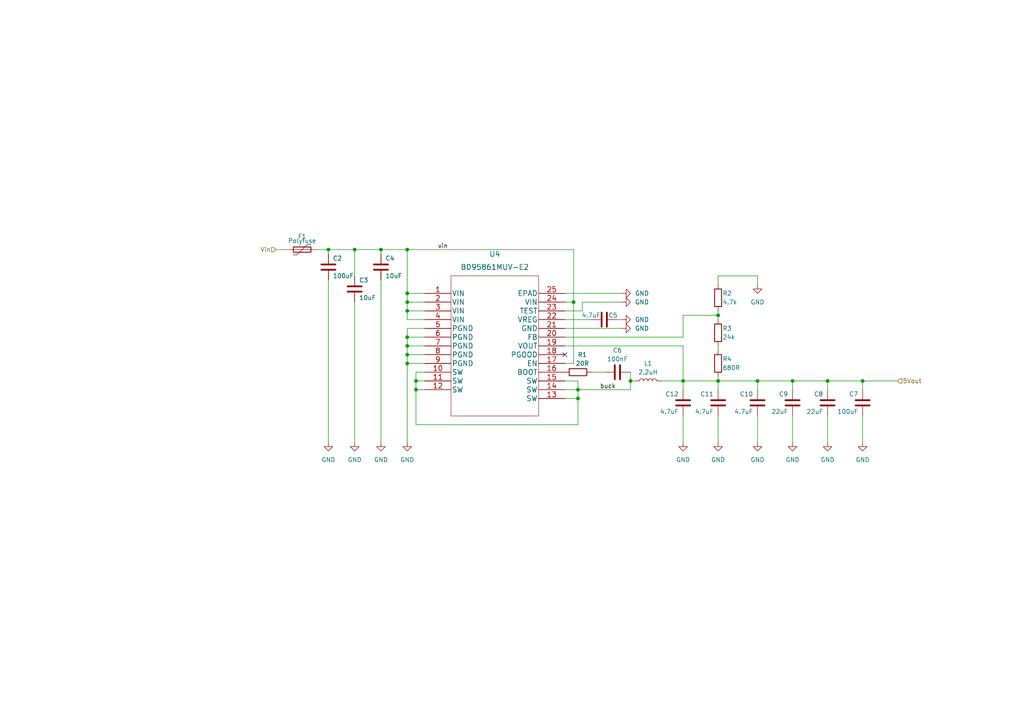
<source format=kicad_sch>
(kicad_sch (version 20230121) (generator eeschema)
  (paper "A4")
  (lib_symbols
    (symbol "BD95861MUV-E2:BD95861MUV-E2" (pin_names (offset 0.254))
      (property "Reference" "U" (at 20.32 10.16 0))
      (property "Value" "BD95861MUV-E2" (at 20.32 7.62 0))
      (symbol "BD95861MUV-E2_1_1"
        (polyline (pts (xy 7.62 -35.56) (xy 33.02 -35.56)) (stroke (width 0.127)))
        (polyline (pts (xy 7.62 5.08) (xy 7.62 -35.56)) (stroke (width 0.127)))
        (polyline (pts (xy 33.02 -35.56) (xy 33.02 5.08)) (stroke (width 0.127)))
        (polyline (pts (xy 33.02 5.08) (xy 7.62 5.08)) (stroke (width 0.127)))
        (pin unspecified line (at 0 0 0) (length 7.62) (name "VIN") (number "1"))
        (pin unspecified line (at 0 -22.86 0) (length 7.62) (name "SW") (number "10"))
        (pin unspecified line (at 0 -25.4 0) (length 7.62) (name "SW") (number "11"))
        (pin unspecified line (at 0 -27.94 0) (length 7.62) (name "SW") (number "12"))
        (pin unspecified line (at 40.64 -30.48 180) (length 7.62) (name "SW") (number "13"))
        (pin unspecified line (at 40.64 -27.94 180) (length 7.62) (name "SW") (number "14"))
        (pin unspecified line (at 40.64 -25.4 180) (length 7.62) (name "SW") (number "15"))
        (pin unspecified line (at 40.64 -22.86 180) (length 7.62) (name "BOOT") (number "16"))
        (pin unspecified line (at 40.64 -20.32 180) (length 7.62) (name "EN") (number "17"))
        (pin power_in line (at 40.64 -17.78 180) (length 7.62) (name "PGOOD") (number "18"))
        (pin output line (at 40.64 -15.24 180) (length 7.62) (name "VOUT") (number "19"))
        (pin unspecified line (at 0 -2.54 0) (length 7.62) (name "VIN") (number "2"))
        (pin unspecified line (at 40.64 -12.7 180) (length 7.62) (name "FB") (number "20"))
        (pin power_in line (at 40.64 -10.16 180) (length 7.62) (name "GND") (number "21"))
        (pin unspecified line (at 40.64 -7.62 180) (length 7.62) (name "VREG") (number "22"))
        (pin unspecified line (at 40.64 -5.08 180) (length 7.62) (name "TEST") (number "23"))
        (pin unspecified line (at 40.64 -2.54 180) (length 7.62) (name "VIN") (number "24"))
        (pin unspecified line (at 40.64 0 180) (length 7.62) (name "EPAD") (number "25"))
        (pin unspecified line (at 0 -5.08 0) (length 7.62) (name "VIN") (number "3"))
        (pin unspecified line (at 0 -7.62 0) (length 7.62) (name "VIN") (number "4"))
        (pin power_in line (at 0 -10.16 0) (length 7.62) (name "PGND") (number "5"))
        (pin power_in line (at 0 -12.7 0) (length 7.62) (name "PGND") (number "6"))
        (pin power_in line (at 0 -15.24 0) (length 7.62) (name "PGND") (number "7"))
        (pin power_in line (at 0 -17.78 0) (length 7.62) (name "PGND") (number "8"))
        (pin power_in line (at 0 -20.32 0) (length 7.62) (name "PGND") (number "9"))
      )
    )
    (symbol "Device:C" (pin_numbers hide) (pin_names (offset 0.254))
      (property "Reference" "C" (at 0.635 2.54 0))
      (property "Value" "C" (at 0.635 -2.54 0))
      (symbol "C_0_1"
        (polyline (pts (xy -2.032 -0.762) (xy 2.032 -0.762)) (stroke (width 0.508)))
        (polyline (pts (xy -2.032 0.762) (xy 2.032 0.762)) (stroke (width 0.508)))
      )
      (symbol "C_1_1"
        (pin passive line (at 0 3.81 270) (length 2.794) (name "~") (number "1"))
        (pin passive line (at 0 -3.81 90) (length 2.794) (name "~") (number "2"))
      )
    )
    (symbol "Device:L" (pin_numbers hide) (pin_names (offset 1.016) hide)
      (property "Reference" "L" (at -1.27 0 90))
      (property "Value" "L" (at 1.905 0 90))
      (symbol "L_0_1"
        (arc (start 0 -2.54) (mid 0.6323 -1.905) (end 0 -1.27))
        (arc (start 0 -1.27) (mid 0.6323 -0.635) (end 0 0))
        (arc (start 0 0) (mid 0.6323 0.635) (end 0 1.27))
        (arc (start 0 1.27) (mid 0.6323 1.905) (end 0 2.54))
      )
      (symbol "L_1_1"
        (pin passive line (at 0 3.81 270) (length 1.27) (name "1") (number "1"))
        (pin passive line (at 0 -3.81 90) (length 1.27) (name "2") (number "2"))
      )
    )
    (symbol "Device:Polyfuse" (pin_numbers hide) (pin_names (offset 0))
      (property "Reference" "F" (at -2.54 0 90))
      (property "Value" "Polyfuse" (at 2.54 0 90))
      (symbol "Polyfuse_0_1"
        (rectangle (start -0.762 2.54) (end 0.762 -2.54) (stroke (width 0.254)))
        (polyline (pts (xy 0 2.54) (xy 0 -2.54)))
        (polyline (pts (xy -1.524 2.54) (xy -1.524 1.524) (xy 1.524 -1.524) (xy 1.524 -2.54)))
      )
      (symbol "Polyfuse_1_1"
        (pin passive line (at 0 3.81 270) (length 1.27) (name "~") (number "1"))
        (pin passive line (at 0 -3.81 90) (length 1.27) (name "~") (number "2"))
      )
    )
    (symbol "Device:R" (pin_numbers hide) (pin_names (offset 0))
      (property "Reference" "R" (at 2.032 0 90))
      (property "Value" "R" (at 0 0 90))
      (symbol "R_0_1"
        (rectangle (start -1.016 -2.54) (end 1.016 2.54) (stroke (width 0.254)))
      )
      (symbol "R_1_1"
        (pin passive line (at 0 3.81 270) (length 1.27) (name "~") (number "1"))
        (pin passive line (at 0 -3.81 90) (length 1.27) (name "~") (number "2"))
      )
    )
    (symbol "power:GND" (power) (pin_names (offset 0))
      (property "Value" "GND" (at 0 -3.81 0))
      (symbol "GND_0_1"
        (polyline (pts (xy 0 0) (xy 0 -1.27) (xy 1.27 -1.27) (xy 0 -2.54) (xy -1.27 -1.27) (xy 0 -1.27)))
      )
      (symbol "GND_1_1"
        (pin power_in line (at 0 0 270) (length 0) hide (name "GND") (number "1"))
      )
    )
  )
  (junction (at 118.11 102.87))
  (junction (at 198.12 110.49))
  (junction (at 250.19 110.49))
  (junction (at 120.65 113.03))
  (junction (at 118.11 72.39))
  (junction (at 208.28 110.49))
  (junction (at 118.11 100.33))
  (junction (at 166.37 87.63))
  (junction (at 240.03 110.49))
  (junction (at 118.11 90.17))
  (junction (at 118.11 105.41))
  (junction (at 118.11 85.09))
  (junction (at 229.87 110.49))
  (junction (at 120.65 110.49))
  (junction (at 95.25 72.39))
  (junction (at 182.88 110.49))
  (junction (at 102.87 72.39))
  (junction (at 208.28 91.44))
  (junction (at 167.64 115.57))
  (junction (at 219.71 110.49))
  (junction (at 110.49 72.39))
  (junction (at 118.11 87.63))
  (junction (at 118.11 97.79))
  (junction (at 167.64 113.03))
  (no_connect (at 163.83 102.87))
  (wire (pts (xy 198.12 128.27) (xy 198.12 120.65)))
  (wire (pts (xy 171.45 107.95) (xy 175.26 107.95)))
  (wire (pts (xy 102.87 72.39) (xy 110.49 72.39)))
  (wire (pts (xy 95.25 72.39) (xy 95.25 73.66)))
  (wire (pts (xy 163.83 115.57) (xy 167.64 115.57)))
  (wire (pts (xy 163.83 97.79) (xy 198.12 97.79)))
  (wire (pts (xy 120.65 110.49) (xy 120.65 113.03)))
  (wire (pts (xy 102.87 87.63) (xy 102.87 128.27)))
  (wire (pts (xy 80.01 72.39) (xy 83.82 72.39)))
  (wire (pts (xy 208.28 109.22) (xy 208.28 110.49)))
  (wire (pts (xy 118.11 105.41) (xy 118.11 128.27)))
  (wire (pts (xy 182.88 107.95) (xy 182.88 110.49)))
  (wire (pts (xy 208.28 100.33) (xy 208.28 101.6)))
  (wire (pts (xy 91.44 72.39) (xy 95.25 72.39)))
  (wire (pts (xy 168.91 90.17) (xy 163.83 90.17)))
  (wire (pts (xy 118.11 72.39) (xy 118.11 85.09)))
  (wire (pts (xy 229.87 110.49) (xy 240.03 110.49)))
  (wire (pts (xy 118.11 102.87) (xy 118.11 105.41)))
  (wire (pts (xy 198.12 91.44) (xy 208.28 91.44)))
  (wire (pts (xy 95.25 72.39) (xy 102.87 72.39)))
  (wire (pts (xy 163.83 92.71) (xy 171.45 92.71)))
  (wire (pts (xy 166.37 87.63) (xy 166.37 72.39)))
  (wire (pts (xy 118.11 90.17) (xy 118.11 87.63)))
  (wire (pts (xy 219.71 128.27) (xy 219.71 120.65)))
  (wire (pts (xy 229.87 128.27) (xy 229.87 120.65)))
  (wire (pts (xy 120.65 123.19) (xy 167.64 123.19)))
  (wire (pts (xy 120.65 107.95) (xy 120.65 110.49)))
  (wire (pts (xy 95.25 81.28) (xy 95.25 128.27)))
  (wire (pts (xy 167.64 113.03) (xy 182.88 113.03)))
  (wire (pts (xy 240.03 128.27) (xy 240.03 120.65)))
  (wire (pts (xy 182.88 110.49) (xy 184.15 110.49)))
  (wire (pts (xy 118.11 85.09) (xy 123.19 85.09)))
  (wire (pts (xy 208.28 90.17) (xy 208.28 91.44)))
  (wire (pts (xy 102.87 72.39) (xy 102.87 80.01)))
  (wire (pts (xy 163.83 95.25) (xy 180.34 95.25)))
  (wire (pts (xy 180.34 85.09) (xy 163.83 85.09)))
  (wire (pts (xy 166.37 105.41) (xy 166.37 87.63)))
  (wire (pts (xy 118.11 87.63) (xy 123.19 87.63)))
  (wire (pts (xy 219.71 80.01) (xy 219.71 82.55)))
  (wire (pts (xy 123.19 95.25) (xy 118.11 95.25)))
  (wire (pts (xy 198.12 97.79) (xy 198.12 91.44)))
  (wire (pts (xy 167.64 110.49) (xy 163.83 110.49)))
  (wire (pts (xy 167.64 115.57) (xy 167.64 113.03)))
  (wire (pts (xy 240.03 110.49) (xy 240.03 113.03)))
  (wire (pts (xy 163.83 100.33) (xy 198.12 100.33)))
  (wire (pts (xy 118.11 102.87) (xy 123.19 102.87)))
  (wire (pts (xy 123.19 92.71) (xy 118.11 92.71)))
  (wire (pts (xy 118.11 95.25) (xy 118.11 97.79)))
  (wire (pts (xy 229.87 110.49) (xy 229.87 113.03)))
  (wire (pts (xy 166.37 72.39) (xy 118.11 72.39)))
  (wire (pts (xy 118.11 97.79) (xy 123.19 97.79)))
  (wire (pts (xy 240.03 110.49) (xy 250.19 110.49)))
  (wire (pts (xy 110.49 73.66) (xy 110.49 72.39)))
  (wire (pts (xy 198.12 110.49) (xy 191.77 110.49)))
  (wire (pts (xy 208.28 113.03) (xy 208.28 110.49)))
  (wire (pts (xy 219.71 110.49) (xy 219.71 113.03)))
  (wire (pts (xy 123.19 107.95) (xy 120.65 107.95)))
  (wire (pts (xy 250.19 110.49) (xy 250.19 113.03)))
  (wire (pts (xy 167.64 123.19) (xy 167.64 115.57)))
  (wire (pts (xy 110.49 72.39) (xy 118.11 72.39)))
  (wire (pts (xy 168.91 87.63) (xy 168.91 90.17)))
  (wire (pts (xy 179.07 92.71) (xy 180.34 92.71)))
  (wire (pts (xy 208.28 110.49) (xy 198.12 110.49)))
  (wire (pts (xy 208.28 128.27) (xy 208.28 120.65)))
  (wire (pts (xy 208.28 91.44) (xy 208.28 92.71)))
  (wire (pts (xy 250.19 128.27) (xy 250.19 120.65)))
  (wire (pts (xy 110.49 81.28) (xy 110.49 128.27)))
  (wire (pts (xy 118.11 100.33) (xy 118.11 102.87)))
  (wire (pts (xy 208.28 80.01) (xy 219.71 80.01)))
  (wire (pts (xy 163.83 105.41) (xy 166.37 105.41)))
  (wire (pts (xy 208.28 110.49) (xy 219.71 110.49)))
  (wire (pts (xy 198.12 100.33) (xy 198.12 110.49)))
  (wire (pts (xy 208.28 82.55) (xy 208.28 80.01)))
  (wire (pts (xy 118.11 92.71) (xy 118.11 90.17)))
  (wire (pts (xy 118.11 97.79) (xy 118.11 100.33)))
  (wire (pts (xy 118.11 100.33) (xy 123.19 100.33)))
  (wire (pts (xy 118.11 105.41) (xy 123.19 105.41)))
  (wire (pts (xy 219.71 110.49) (xy 229.87 110.49)))
  (wire (pts (xy 167.64 113.03) (xy 167.64 110.49)))
  (wire (pts (xy 118.11 90.17) (xy 123.19 90.17)))
  (wire (pts (xy 250.19 110.49) (xy 260.35 110.49)))
  (wire (pts (xy 118.11 87.63) (xy 118.11 85.09)))
  (wire (pts (xy 120.65 113.03) (xy 123.19 113.03)))
  (wire (pts (xy 168.91 87.63) (xy 180.34 87.63)))
  (wire (pts (xy 182.88 113.03) (xy 182.88 110.49)))
  (wire (pts (xy 163.83 113.03) (xy 167.64 113.03)))
  (wire (pts (xy 120.65 110.49) (xy 123.19 110.49)))
  (wire (pts (xy 120.65 113.03) (xy 120.65 123.19)))
  (wire (pts (xy 163.83 87.63) (xy 166.37 87.63)))
  (wire (pts (xy 198.12 110.49) (xy 198.12 113.03)))
  (label "vin" (at 127 72.39 0))
  (label "buck" (at 173.99 113.03 0))
  (hierarchical_label "Vin" (shape input) (at 80.01 72.39 180))
  (hierarchical_label "5Vout" (shape input) (at 260.35 110.49 0))
  (symbol (lib_id "power:GND") (at 219.71 128.27 0) (mirror y) (unit 1)
    (property "Reference" "#PWR0120" (effects hide))
    (property "Value" "GND" (at 219.71 133.35 0))
  )
  (symbol (lib_id "Device:C") (at 110.49 77.47 0) (unit 1)
    (property "Reference" "C4" (at 111.76 74.93 0) (effects (justify left)))
    (property "Value" "10uF" (at 111.76 80.01 0) (effects (justify left)))
    (property "Footprint" "Capacitor_SMD:C_1206_3216Metric" (effects hide))
  )
  (symbol (lib_id "Device:R") (at 167.64 107.95 90) (unit 1)
    (property "Reference" "R1" (at 168.91 102.87 90))
    (property "Value" "20R" (at 168.91 105.41 90))
    (property "Footprint" "Resistor_SMD:R_0603_1608Metric" (effects hide))
  )
  (symbol (lib_id "power:GND") (at 180.34 87.63 90) (unit 1)
    (property "Reference" "#PWR0110" (effects hide))
    (property "Value" "GND" (at 184.15 87.6299 90) (effects (justify right)))
  )
  (symbol (lib_id "power:GND") (at 250.19 128.27 0) (mirror y) (unit 1)
    (property "Reference" "#PWR0115" (effects hide))
    (property "Value" "GND" (at 250.19 133.35 0))
  )
  (symbol (lib_id "Device:C") (at 102.87 83.82 0) (unit 1)
    (property "Reference" "C3" (at 104.14 81.28 0) (effects (justify left)))
    (property "Value" "10uF" (at 104.14 86.36 0) (effects (justify left)))
    (property "Footprint" "Capacitor_SMD:C_1206_3216Metric" (effects hide))
  )
  (symbol (lib_id "power:GND") (at 180.34 95.25 90) (unit 1)
    (property "Reference" "#PWR0112" (effects hide))
    (property "Value" "GND" (at 184.15 95.2499 90) (effects (justify right)))
  )
  (symbol (lib_id "Device:C") (at 250.19 116.84 0) (mirror y) (unit 1)
    (property "Reference" "C7" (at 248.92 114.3 0) (effects (justify left)))
    (property "Value" "100uF" (at 248.92 119.38 0) (effects (justify left)))
    (property "Footprint" "Capacitor_SMD:C_Elec_8x5.4" (effects hide))
  )
  (symbol (lib_id "Device:C") (at 219.71 116.84 0) (mirror y) (unit 1)
    (property "Reference" "C10" (at 218.44 114.3 0) (effects (justify left)))
    (property "Value" "4.7uF" (at 218.44 119.38 0) (effects (justify left)))
    (property "Footprint" "Capacitor_SMD:C_0805_2012Metric" (effects hide))
  )
  (symbol (lib_id "Device:C") (at 240.03 116.84 0) (mirror y) (unit 1)
    (property "Reference" "C8" (at 238.76 114.3 0) (effects (justify left)))
    (property "Value" "22uF" (at 238.76 119.38 0) (effects (justify left)))
    (property "Footprint" "Capacitor_SMD:C_1206_3216Metric" (effects hide))
  )
  (symbol (lib_id "power:GND") (at 240.03 128.27 0) (mirror y) (unit 1)
    (property "Reference" "#PWR0116" (effects hide))
    (property "Value" "GND" (at 240.03 133.35 0))
  )
  (symbol (lib_id "Device:R") (at 208.28 86.36 180) (unit 1)
    (property "Reference" "R2" (at 209.55 85.09 0) (effects (justify right)))
    (property "Value" "4.7k" (at 209.55 87.63 0) (effects (justify right)))
    (property "Footprint" "Resistor_SMD:R_0603_1608Metric" (effects hide))
  )
  (symbol (lib_id "Device:C") (at 198.12 116.84 0) (mirror y) (unit 1)
    (property "Reference" "C12" (at 196.85 114.3 0) (effects (justify left)))
    (property "Value" "4.7uF" (at 196.85 119.38 0) (effects (justify left)))
    (property "Footprint" "Capacitor_SMD:C_0805_2012Metric" (effects hide))
  )
  (symbol (lib_id "power:GND") (at 102.87 128.27 0) (unit 1)
    (property "Reference" "#PWR0108" (effects hide))
    (property "Value" "GND" (at 102.87 133.35 0))
  )
  (symbol (lib_id "power:GND") (at 208.28 128.27 0) (mirror y) (unit 1)
    (property "Reference" "#PWR0119" (effects hide))
    (property "Value" "GND" (at 208.28 133.35 0))
  )
  (symbol (lib_id "power:GND") (at 95.25 128.27 0) (unit 1)
    (property "Reference" "#PWR0109" (effects hide))
    (property "Value" "GND" (at 95.25 133.35 0))
  )
  (symbol (lib_id "power:GND") (at 110.49 128.27 0) (unit 1)
    (property "Reference" "#PWR0107" (effects hide))
    (property "Value" "GND" (at 110.49 133.35 0))
  )
  (symbol (lib_id "power:GND") (at 198.12 128.27 0) (mirror y) (unit 1)
    (property "Reference" "#PWR0118" (effects hide))
    (property "Value" "GND" (at 198.12 133.35 0))
  )
  (symbol (lib_id "BD95861MUV-E2:BD95861MUV-E2") (at 123.19 85.09 0) (unit 1)
    (property "Reference" "U4" (at 143.51 73.66 0) (effects (font (size 1.524 1.524))))
    (property "Value" "BD95861MUV-E2" (at 143.51 77.47 0) (effects (font (size 1.524 1.524))))
    (property "Footprint" "BD95861MUV:BD95861MUV-E2" (effects hide))
  )
  (symbol (lib_id "Device:L") (at 187.96 110.49 90) (unit 1)
    (property "Reference" "L1" (at 187.96 105.41 90))
    (property "Value" "2.2uH" (at 187.96 107.95 90))
    (property "Footprint" "SPM6530T-2R2M-HZ:IND_SPM6530T-2R2M-HZ" (effects hide))
  )
  (symbol (lib_id "power:GND") (at 180.34 85.09 90) (unit 1)
    (property "Reference" "#PWR0113" (effects hide))
    (property "Value" "GND" (at 184.15 85.0899 90) (effects (justify right)))
  )
  (symbol (lib_id "Device:C") (at 208.28 116.84 0) (mirror y) (unit 1)
    (property "Reference" "C11" (at 207.01 114.3 0) (effects (justify left)))
    (property "Value" "4.7uF" (at 207.01 119.38 0) (effects (justify left)))
    (property "Footprint" "Capacitor_SMD:C_0805_2012Metric" (effects hide))
  )
  (symbol (lib_id "Device:Polyfuse") (at 87.63 72.39 90) (unit 1)
    (property "Reference" "F1" (at 87.63 68.58 90))
    (property "Value" "Polyfuse" (at 87.63 69.85 90))
    (property "Footprint" "Fuse:Fuse_1812_4532Metric_Pad1.30x3.40mm_HandSolder" (effects hide))
  )
  (symbol (lib_id "power:GND") (at 180.34 92.71 90) (unit 1)
    (property "Reference" "#PWR0111" (effects hide))
    (property "Value" "GND" (at 184.15 92.7099 90) (effects (justify right)))
  )
  (symbol (lib_id "power:GND") (at 219.71 82.55 0) (unit 1)
    (property "Reference" "#PWR0117" (effects hide))
    (property "Value" "GND" (at 219.71 87.63 0))
  )
  (symbol (lib_id "power:GND") (at 118.11 128.27 0) (unit 1)
    (property "Reference" "#PWR0114" (effects hide))
    (property "Value" "GND" (at 118.11 133.35 0))
  )
  (symbol (lib_id "power:GND") (at 229.87 128.27 0) (mirror y) (unit 1)
    (property "Reference" "#PWR0121" (effects hide))
    (property "Value" "GND" (at 229.87 133.35 0))
  )
  (symbol (lib_id "Device:C") (at 229.87 116.84 0) (mirror y) (unit 1)
    (property "Reference" "C9" (at 228.6 114.3 0) (effects (justify left)))
    (property "Value" "22uF" (at 228.6 119.38 0) (effects (justify left)))
    (property "Footprint" "Capacitor_SMD:C_1206_3216Metric" (effects hide))
  )
  (symbol (lib_id "Device:R") (at 208.28 105.41 0) (unit 1)
    (property "Reference" "R4" (at 209.55 104.14 0) (effects (justify left)))
    (property "Value" "680R" (at 209.55 106.68 0) (effects (justify left)))
    (property "Footprint" "Resistor_SMD:R_0603_1608Metric" (effects hide))
  )
  (symbol (lib_id "Device:R") (at 208.28 96.52 0) (unit 1)
    (property "Reference" "R3" (at 209.55 95.25 0) (effects (justify left)))
    (property "Value" "24k" (at 209.55 97.79 0) (effects (justify left)))
    (property "Footprint" "Resistor_SMD:R_0603_1608Metric" (effects hide))
  )
  (symbol (lib_id "Device:C") (at 179.07 107.95 90) (unit 1)
    (property "Reference" "C6" (at 179.07 101.6 90))
    (property "Value" "100nF" (at 179.07 104.14 90))
    (property "Footprint" "Capacitor_SMD:C_0603_1608Metric" (effects hide))
  )
  (symbol (lib_id "Device:C") (at 175.26 92.71 90) (unit 1)
    (property "Reference" "C5" (at 177.8 91.44 90))
    (property "Value" "4.7uF" (at 171.45 91.44 90))
    (property "Footprint" "Capacitor_SMD:C_0805_2012Metric" (effects hide))
  )
  (symbol (lib_id "Device:C") (at 95.25 77.47 0) (unit 1)
    (property "Reference" "C2" (at 96.52 74.93 0) (effects (justify left)))
    (property "Value" "100uF" (at 96.52 80.01 0) (effects (justify left)))
    (property "Footprint" "Capacitor_SMD:C_Elec_8x5.4" (effects hide))
  )
)
</source>
